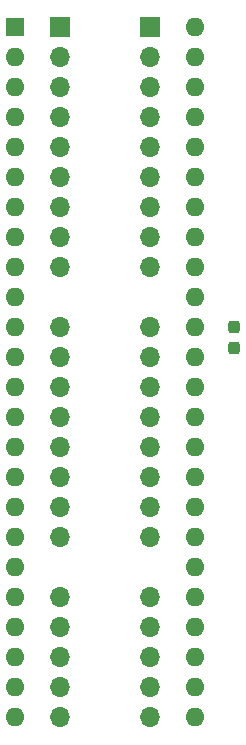
<source format=gbr>
G04 #@! TF.GenerationSoftware,KiCad,Pcbnew,8.0.8+dfsg-1*
G04 #@! TF.CreationDate,2025-06-20T16:24:31+09:00*
G04 #@! TF.ProjectId,bionic-p8095,62696f6e-6963-42d7-9038-3039352e6b69,1*
G04 #@! TF.SameCoordinates,Original*
G04 #@! TF.FileFunction,Soldermask,Bot*
G04 #@! TF.FilePolarity,Negative*
%FSLAX46Y46*%
G04 Gerber Fmt 4.6, Leading zero omitted, Abs format (unit mm)*
G04 Created by KiCad (PCBNEW 8.0.8+dfsg-1) date 2025-06-20 16:24:31*
%MOMM*%
%LPD*%
G01*
G04 APERTURE LIST*
G04 Aperture macros list*
%AMRoundRect*
0 Rectangle with rounded corners*
0 $1 Rounding radius*
0 $2 $3 $4 $5 $6 $7 $8 $9 X,Y pos of 4 corners*
0 Add a 4 corners polygon primitive as box body*
4,1,4,$2,$3,$4,$5,$6,$7,$8,$9,$2,$3,0*
0 Add four circle primitives for the rounded corners*
1,1,$1+$1,$2,$3*
1,1,$1+$1,$4,$5*
1,1,$1+$1,$6,$7*
1,1,$1+$1,$8,$9*
0 Add four rect primitives between the rounded corners*
20,1,$1+$1,$2,$3,$4,$5,0*
20,1,$1+$1,$4,$5,$6,$7,0*
20,1,$1+$1,$6,$7,$8,$9,0*
20,1,$1+$1,$8,$9,$2,$3,0*%
G04 Aperture macros list end*
%ADD10R,1.600000X1.600000*%
%ADD11O,1.600000X1.600000*%
%ADD12RoundRect,0.237500X-0.237500X0.300000X-0.237500X-0.300000X0.237500X-0.300000X0.237500X0.300000X0*%
%ADD13O,1.700000X1.700000*%
%ADD14R,1.700000X1.700000*%
G04 APERTURE END LIST*
D10*
X106080000Y-75080000D03*
D11*
X106080000Y-77620000D03*
X106080000Y-80160000D03*
X106080000Y-82700000D03*
X106080000Y-85240000D03*
X106080000Y-87780000D03*
X106080000Y-90320000D03*
X106080000Y-92860000D03*
X106080000Y-95400000D03*
X106080000Y-97940000D03*
X106080000Y-100480000D03*
X106080000Y-103020000D03*
X106080000Y-105560000D03*
X106080000Y-108100000D03*
X106080000Y-110640000D03*
X106080000Y-113180000D03*
X106080000Y-115720000D03*
X106080000Y-118260000D03*
X106080000Y-120800000D03*
X106080000Y-123340000D03*
X106080000Y-125880000D03*
X106080000Y-128420000D03*
X106080000Y-130960000D03*
X106080000Y-133500000D03*
X121320000Y-133500000D03*
X121320000Y-130960000D03*
X121320000Y-128420000D03*
X121320000Y-125880000D03*
X121320000Y-123340000D03*
X121320000Y-120800000D03*
X121320000Y-118260000D03*
X121320000Y-115720000D03*
X121320000Y-113180000D03*
X121320000Y-110640000D03*
X121320000Y-108100000D03*
X121320000Y-105560000D03*
X121320000Y-103020000D03*
X121320000Y-100480000D03*
X121320000Y-97940000D03*
X121320000Y-95400000D03*
X121320000Y-92860000D03*
X121320000Y-90320000D03*
X121320000Y-87780000D03*
X121320000Y-85240000D03*
X121320000Y-82700000D03*
X121320000Y-80160000D03*
X121320000Y-77620000D03*
X121320000Y-75080000D03*
D12*
X124622000Y-100481100D03*
X124622000Y-102206100D03*
D13*
X117510000Y-133500000D03*
X117510000Y-130960000D03*
X117510000Y-128420000D03*
X117510000Y-125880000D03*
X117510000Y-123340000D03*
X117510000Y-118260000D03*
X117510000Y-115720000D03*
X117510000Y-113180000D03*
X117510000Y-110640000D03*
X117510000Y-108100000D03*
X117510000Y-105560000D03*
X117510000Y-103020000D03*
X117510000Y-100480000D03*
X117510000Y-95400000D03*
X117510000Y-92860000D03*
X117510000Y-90320000D03*
X117510000Y-87780000D03*
X117510000Y-85240000D03*
X117510000Y-82700000D03*
X117510000Y-80160000D03*
X117510000Y-77620000D03*
D14*
X117510000Y-75080000D03*
X109890000Y-75080000D03*
D13*
X109890000Y-77620000D03*
X109890000Y-80160000D03*
X109890000Y-82700000D03*
X109890000Y-85240000D03*
X109890000Y-87780000D03*
X109890000Y-90320000D03*
X109890000Y-92860000D03*
X109890000Y-95400000D03*
X109890000Y-100480000D03*
X109890000Y-103020000D03*
X109890000Y-105560000D03*
X109890000Y-108100000D03*
X109890000Y-110640000D03*
X109890000Y-113180000D03*
X109890000Y-115720000D03*
X109890000Y-118260000D03*
X109890000Y-123340000D03*
X109890000Y-125880000D03*
X109890000Y-128420000D03*
X109890000Y-130960000D03*
X109890000Y-133500000D03*
M02*

</source>
